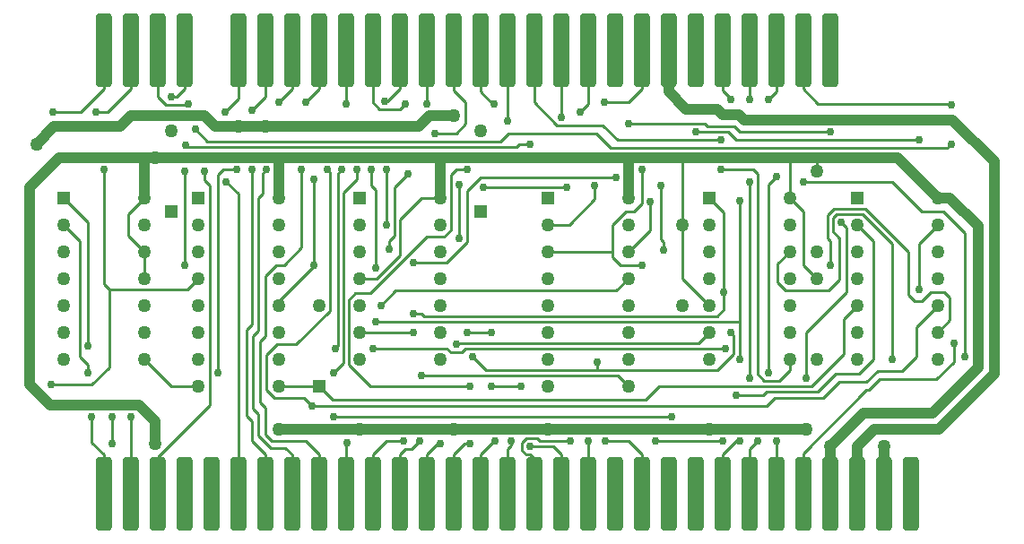
<source format=gtl>
G04*
G04  File:            NEMOBUSTODIVIDE-V1.2.GTL, Fri Sep 19 01:12:35 2025*
G04  Source:          P-CAD 2006 PCB, Version 19.02.958, (D:\PCAD-2006\Projects\Pentagon-4096\Hardware\NemoBusToDivIDE-v1.2.PCB)*
G04  Format:          Gerber Format (RS-274-D), ASCII*
G04*
G04  Format Options:  Absolute Positioning*
G04                   Leading-Zero Suppression*
G04                   Scale Factor 1:1*
G04                   NO Circular Interpolation*
G04                   Inch Units*
G04                   Numeric Format: 4.4 (XXXX.XXXX)*
G04                   G54 NOT Used for Aperture Change*
G04                   Apertures Embedded*
G04*
G04  File Options:    Offset = (0.0mil,0.0mil)*
G04                   Drill Symbol Size = 80.0mil*
G04                   No Pad/Via Holes*
G04*
G04  File Contents:   Pads*
G04                   Vias*
G04                   No Designators*
G04                   No Types*
G04                   No Values*
G04                   No Drill Symbols*
G04                   Top*
G04*
%INNEMOBUSTODIVIDE-V1.2.GTL*%
%ICAS*%
%MOIN*%
G04*
G04  Aperture MACROs for general use --- invoked via D-code assignment *
G04*
G04  General MACRO for flashed round with rotation and/or offset hole *
%AMROTOFFROUND*
1,1,$1,0.0000,0.0000*
1,0,$2,$3,$4*%
G04*
G04  General MACRO for flashed oval (obround) with rotation and/or offset hole *
%AMROTOFFOVAL*
21,1,$1,$2,0.0000,0.0000,$3*
1,1,$4,$5,$6*
1,1,$4,0-$5,0-$6*
1,0,$7,$8,$9*%
G04*
G04  General MACRO for flashed oval (obround) with rotation and no hole *
%AMROTOVALNOHOLE*
21,1,$1,$2,0.0000,0.0000,$3*
1,1,$4,$5,$6*
1,1,$4,0-$5,0-$6*%
G04*
G04  General MACRO for flashed rectangle with rotation and/or offset hole *
%AMROTOFFRECT*
21,1,$1,$2,0.0000,0.0000,$3*
1,0,$4,$5,$6*%
G04*
G04  General MACRO for flashed rectangle with rotation and no hole *
%AMROTRECTNOHOLE*
21,1,$1,$2,0.0000,0.0000,$3*%
G04*
G04  General MACRO for flashed rounded-rectangle *
%AMROUNDRECT*
21,1,$1,$2-$4,0.0000,0.0000,$3*
21,1,$1-$4,$2,0.0000,0.0000,$3*
1,1,$4,$5,$6*
1,1,$4,$7,$8*
1,1,$4,0-$5,0-$6*
1,1,$4,0-$7,0-$8*
1,0,$9,$10,$11*%
G04*
G04  General MACRO for flashed rounded-rectangle with rotation and no hole *
%AMROUNDRECTNOHOLE*
21,1,$1,$2-$4,0.0000,0.0000,$3*
21,1,$1-$4,$2,0.0000,0.0000,$3*
1,1,$4,$5,$6*
1,1,$4,$7,$8*
1,1,$4,0-$5,0-$6*
1,1,$4,0-$7,0-$8*%
G04*
G04  General MACRO for flashed regular polygon *
%AMREGPOLY*
5,1,$1,0.0000,0.0000,$2,$3+$4*
1,0,$5,$6,$7*%
G04*
G04  General MACRO for flashed regular polygon with no hole *
%AMREGPOLYNOHOLE*
5,1,$1,0.0000,0.0000,$2,$3+$4*%
G04*
G04  General MACRO for target *
%AMTARGET*
6,0,0,$1,$2,$3,4,$4,$5,$6*%
G04*
G04  General MACRO for mounting hole *
%AMMTHOLE*
1,1,$1,0,0*
1,0,$2,0,0*
$1=$1-$2*
$1=$1/2*
21,1,$2+$1,$3,0,0,$4*
21,1,$3,$2+$1,0,0,$4*%
G04*
G04*
G04  D10 : "Ellipse X10.0mil Y10.0mil H0.0mil 0.0deg (0.0mil,0.0mil) Draw"*
G04  Disc: OuterDia=0.0100*
%ADD10C, 0.0100*%
G04  D11 : "Ellipse X30.7mil Y30.7mil H0.0mil 0.0deg (0.0mil,0.0mil) Draw"*
G04  Disc: OuterDia=0.0307*
%ADD11C, 0.0307*%
G04  D12 : "Ellipse X40.0mil Y40.0mil H0.0mil 0.0deg (0.0mil,0.0mil) Draw"*
G04  Disc: OuterDia=0.0400*
%ADD12C, 0.0400*%
G04  D13 : "Ellipse X5.0mil Y5.0mil H0.0mil 0.0deg (0.0mil,0.0mil) Draw"*
G04  Disc: OuterDia=0.0050*
%ADD13C, 0.0050*%
G04  D14 : "Ellipse X6.0mil Y6.0mil H0.0mil 0.0deg (0.0mil,0.0mil) Draw"*
G04  Disc: OuterDia=0.0060*
%ADD14C, 0.0060*%
G04  D15 : "Ellipse X7.0mil Y7.0mil H0.0mil 0.0deg (0.0mil,0.0mil) Draw"*
G04  Disc: OuterDia=0.0070*
%ADD15C, 0.0070*%
G04  D16 : "Ellipse X9.8mil Y9.8mil H0.0mil 0.0deg (0.0mil,0.0mil) Draw"*
G04  Disc: OuterDia=0.0098*
%ADD16C, 0.0098*%
G04  D17 : "Ellipse X133.0mil Y133.0mil H0.0mil 0.0deg (0.0mil,0.0mil) Flash"*
G04  Disc: OuterDia=0.1330*
%ADD17C, 0.1330*%
G04  D18 : "Ellipse X50.0mil Y50.0mil H0.0mil 0.0deg (0.0mil,0.0mil) Flash"*
G04  Disc: OuterDia=0.0500*
%ADD18C, 0.0500*%
G04  D19 : "Ellipse X65.0mil Y65.0mil H0.0mil 0.0deg (0.0mil,0.0mil) Flash"*
G04  Disc: OuterDia=0.0650*
%ADD19C, 0.0650*%
G04  D20 : "Mounting Hole X118.0mil Y118.0mil H0.0mil 0.0deg (0.0mil,0.0mil) Flash"*
G04  Mounting Hole: Diameter=0.1180, Rotation=0.0, LineWidth=0.0050 *
%ADD20MTHOLE, 0.1180 X0.0980 X0.0050 X0.0*%
G04  D21 : "Rounded Rectangle X61.5mil Y275.6mil H0.0mil 0.0deg (0.0mil,0.0mil) Flash"*
G04  RoundRct: DimX=0.0615, DimY=0.2756, CornerRad=0.0154, Rotation=0.0, OffsetX=0.0000, OffsetY=0.0000, HoleDia=0.0000 *
%ADD21ROUNDRECTNOHOLE, 0.0615 X0.2756 X0.0 X0.0308 X-0.0154 X-0.1224 X-0.0154 X0.1224*%
G04  D22 : "Rounded Rectangle X76.5mil Y290.6mil H0.0mil 0.0deg (0.0mil,0.0mil) Flash"*
G04  RoundRct: DimX=0.0765, DimY=0.2906, CornerRad=0.0191, Rotation=0.0, OffsetX=0.0000, OffsetY=0.0000, HoleDia=0.0000 *
%ADD22ROUNDRECTNOHOLE, 0.0765 X0.2906 X0.0 X0.0382 X-0.0191 X-0.1262 X-0.0191 X0.1262*%
G04  D23 : "Rectangle X50.0mil Y50.0mil H0.0mil 0.0deg (0.0mil,0.0mil) Flash"*
G04  Square: Side=0.0500, Rotation=0.0, OffsetX=0.0000, OffsetY=0.0000, HoleDia=0.0000*
%ADD23R, 0.0500 X0.0500*%
G04  D24 : "Rectangle X65.0mil Y65.0mil H0.0mil 0.0deg (0.0mil,0.0mil) Flash"*
G04  Square: Side=0.0650, Rotation=0.0, OffsetX=0.0000, OffsetY=0.0000, HoleDia=0.0000*
%ADD24R, 0.0650 X0.0650*%
G04  D25 : "Ellipse X30.0mil Y30.0mil H0.0mil 0.0deg (0.0mil,0.0mil) Flash"*
G04  Disc: OuterDia=0.0300*
%ADD25C, 0.0300*%
G04  D26 : "Ellipse X45.0mil Y45.0mil H0.0mil 0.0deg (0.0mil,0.0mil) Flash"*
G04  Disc: OuterDia=0.0450*
%ADD26C, 0.0450*%
G04*
%FSLAX44Y44*%
%SFA1B1*%
%OFA0.0000B0.0000*%
G04*
G70*
G90*
G01*
D2*
%LNTop*%
D12*
X49500Y51500*
X50150Y52150D1*
D2*
D10*
X52300Y41350*
Y40350D1*
X52000Y39950D2*
X51550Y40400D1*
Y41350*
X51100Y43600D2*
X51400Y43300D1*
Y43000*
X52200Y43200D2*
X51550Y42550D1*
X53500Y47500D2*
Y46500D1*
X52200Y46100D2*
X52000Y46300D1*
X52900Y48900D2*
Y48100D1*
X53500Y49500D2*
X52900Y48900D1*
X51150Y52700D2*
X52000Y53550D1*
X52150Y52700D2*
X53000Y53550D1*
X51700Y52700D2*
X52150D1*
D2*
D12*
X52600Y52150*
X53000Y52550D1*
D2*
D10*
X54500Y42500*
X55500D1*
X55100Y46100D2*
X55500Y46500D1*
X55750Y50150D2*
X55950Y49950D1*
X55750Y50500D2*
Y50150D1*
X56450Y50550D2*
X56250Y50350D1*
X55850Y51600D2*
X55400Y52050D1*
X55100Y51400D2*
X55050Y51450D1*
X55100Y52950D2*
X55150Y53000D1*
X55100Y52950D2*
X54300D1*
D2*
D12*
X55750Y52550*
X56150Y52150D1*
D2*
D10*
X55000Y53550*
X54700Y53250D1*
X54500*
X57300Y41400D2*
X57500Y41200D1*
X57750Y41450D2*
Y40650D1*
X57550Y41650D2*
X57750Y41450D1*
X58000Y41700D2*
Y40700D1*
X57800Y41900D2*
X58000Y41700D1*
Y40700D2*
X58250Y40450D1*
X57750Y40650D2*
X58200Y40200D1*
X58250Y40450D2*
X59500D1*
X57500Y41200D2*
Y40450D1*
X58000Y39950*
X58750Y40200D2*
X59000Y39950D1*
X58200Y40200D2*
X58750D1*
X58450Y44050D2*
X59150D1*
X58050Y43650D2*
X58450Y44050D1*
X58050Y42350D2*
Y43650D1*
X58350Y42050D2*
X58050Y42350D1*
X57500Y44800D2*
X57300Y44600D1*
X57750Y44550D2*
X57550Y44350D1*
X58000D2*
X57800Y44150D1*
X59450Y42050D2*
X58350D1*
X58400Y47000D2*
X58000Y46600D1*
X58700Y47000D2*
X58400D1*
X59350Y47650D2*
X58700Y47000D1*
X58500Y45650D2*
Y45500D1*
X59800Y46950D2*
X58500Y45650D1*
X59800Y46950D2*
Y47000D1*
X57900Y49650D2*
X57750Y49500D1*
X58050Y50550D2*
X57900Y50400D1*
Y49650*
X59000Y53550D2*
X58500Y53050D1*
X58000Y53250D2*
X57500Y52750D1*
X61000Y40300D2*
X61050Y40400D1*
X62500Y40450D2*
X62000Y39950D1*
X60700Y44000D2*
X60600Y43900D1*
X61100Y43300D2*
X61900Y42500D1*
X60550Y43000D2*
X60900Y43350D1*
X62150Y46500D2*
X61500D1*
X62600Y47900D2*
Y47600D1*
X61350Y45950D2*
X61100Y45700D1*
X61900Y45950D2*
X61350D1*
X62300Y45500D2*
X62850Y46050D1*
X61400Y50200D2*
Y50550D1*
X60900Y49700D2*
X61400Y50200D1*
X62800Y49900D2*
Y48100D1*
X62500Y48500D2*
Y50550D1*
X61950D2*
Y49950D1*
X60400Y50450D2*
X60300Y50550D1*
X60850D2*
X60700Y50400D1*
X61950Y49950D2*
X62100Y49800D1*
X62250Y52800D2*
X62000Y53050D1*
X62550Y53100D2*
X62450D1*
X63750Y40400D2*
Y40450D1*
X63450Y40150*
X63200*
X64000Y39950D2*
X64400Y40350D1*
X64500*
X65000Y39950D2*
X65400Y40350D1*
X65600*
X64900Y43750D2*
X64750Y43900D1*
X65300Y43750D2*
X64900D1*
X65450Y43900D2*
X65300Y43750D1*
X65150Y44100D2*
X65100Y44050D1*
X64750Y47100D2*
X63500D1*
X65500Y47850D2*
X64750Y47100D1*
X63800Y45200D2*
X63500D1*
X63900Y45100D2*
X63800Y45200D1*
X64500Y49500D2*
X63800D1*
X64650Y48050D2*
X64000D1*
X64900Y48300D2*
X64650Y48050D1*
X64900Y50350D2*
Y48300D1*
X65100Y50550D2*
X64900Y50350D1*
X65500Y50550D2*
X65100D1*
D2*
D12*
X65000Y52550*
X64800D1*
D2*
D10*
X65450Y53050*
X65000Y53500D1*
X65450Y52250D2*
Y53050D1*
X65100Y51900D2*
X65450Y52250D1*
X64300Y51900D2*
X65100D1*
X63200Y53000D2*
X63100Y52900D1*
D2*
D12*
X64800Y52550*
X64100D1*
X63700Y52150*
D2*
D10*
X67150Y40450*
Y40300D1*
X67000Y40150*
X68200Y40450D2*
X68100Y40550D1*
X67700D2*
X67550Y40400D1*
Y40100*
X67700Y39950*
X68100Y40550D2*
X67700D1*
Y39950D2*
X67850D1*
X68000Y39800*
X67850Y40250D2*
X68700D1*
X66500Y40450D2*
X66550D1*
X67500Y42500D2*
X66400D1*
X67450Y51500D2*
X67350Y51400D1*
X67850Y51500D2*
X67450D1*
X67050Y51900D2*
X66750Y51600D1*
X68850Y52200D2*
X68000Y53050D1*
X66450Y53000D2*
X66500D1*
X70650Y40450D2*
X71500D1*
X70350Y43400D2*
Y43100D1*
X71100Y42900D2*
X71500Y42500D1*
X71050Y46050D2*
X71500Y46500D1*
X71200Y47000D2*
X70900Y47300D1*
Y47500*
X70250Y49450D2*
Y49950D1*
Y49450D2*
X69300Y48500D1*
X70900D2*
X71400Y49000D1*
X71700*
X70850Y51350D2*
X70300Y51900D1*
X71100Y51650D2*
X70550Y52200D1*
X70000Y53000D2*
X69700Y52700D1*
X70600Y53050D2*
X71500D1*
X74100Y44100D2*
X74500Y44500D1*
X73500Y46500D2*
X74500Y45500D1*
X72800Y47850D2*
Y47550D1*
X72300Y48300D2*
Y49350D1*
X74450Y52150D2*
X74350Y52250D1*
D2*
D12*
X73000Y53450*
X73650Y52800D1*
D2*
D10*
X75500Y40450*
X75650D1*
X76300D2*
X76000Y40150D1*
X75650Y43500D2*
Y44900D1*
X76550Y42700D2*
X76300Y42950D1*
X77100Y42700D2*
X76550D1*
X77500Y43100D2*
X77100Y42700D1*
X77500Y43500D2*
Y43100D1*
X76500Y42150D2*
X75500D1*
X76650Y42300D2*
X76500Y42150D1*
X75300Y44500D2*
X75400Y44400D1*
Y43700*
X77050Y47050D2*
X77500Y47500D1*
X77050Y46350D2*
Y47050D1*
X77350Y46050D2*
X77050Y46350D1*
X75050Y46000D2*
Y45350D1*
X77000Y50300D2*
X76700Y50000D1*
X76300Y50400D2*
X76150Y50550D1*
X76700Y53150D2*
X77000Y53450D1*
X75300Y53150D2*
Y53200D1*
X75500Y51650D2*
X75200Y51950D1*
X75450Y52150D2*
X75650Y51950D1*
D2*
D12*
X75600Y52600*
X75800Y52400D1*
X80250Y41500D2*
X79000Y40250D1*
X80650Y40900D2*
X80000Y40250D1*
D2*
D10*
X78100Y42800*
Y44500D1*
X78300Y42500D2*
X79500Y43700D1*
X79225Y42975D2*
X78550Y42300D1*
X80075Y42975D2*
X79225D1*
X80600Y43500D2*
X80075Y42975D1*
X78750Y42050D2*
X79350Y42650D1*
X80350*
X80775Y43075*
X80450Y42350D2*
X80850Y42750D1*
X80350Y42350D2*
X80450D1*
X79350Y46450D2*
X78950Y46050D1*
X79000Y47000D2*
Y47900D1*
X79150Y49100D2*
X80300D1*
X78900Y48850D2*
X79150Y49100D1*
X79250Y48900D2*
X79100Y48750D1*
X80200Y48900D2*
X79250D1*
X79600Y48400D2*
X79400Y48600D1*
X79100Y48750D2*
Y48250D1*
X83600Y43400D2*
Y44100D1*
X82200Y43600D2*
Y44700D1*
X81675Y43075D2*
X82200Y43600D1*
X82950Y42750D2*
X83600Y43400D1*
X82300Y47800D2*
Y46100D1*
X82750Y46000D2*
X83250D1*
X82400Y45650D2*
X82750Y46000D1*
X83250D2*
X83450Y45800D1*
X81900Y45900D2*
X82150Y45650D1*
X81900Y47500D2*
Y45900D1*
X82150Y45650D2*
X82400D1*
X81300Y50100D2*
X82400Y49000D1*
X83200*
D2*
D12*
X83000Y49500*
X83450D1*
D2*
D10*
X83350Y51350*
X83500Y51500D1*
Y52950D2*
X83450Y53000D1*
D2*
D12*
X50000Y41800*
X49250Y42550D1*
Y49900D2*
X50350Y51000D1*
D2*
D10*
X52900Y48100*
X53500Y47500D1*
X51100Y47900D2*
Y43600D1*
X51400Y48600D2*
Y44000D1*
X52200Y46100D2*
Y43200D1*
X53000Y38500D2*
Y41350D1*
X52000Y38500D2*
Y39950D1*
Y53550D2*
Y55000D1*
X53000Y53550D2*
Y55000D1*
X55000D2*
Y53550D1*
X57300Y44600D2*
Y41400D1*
X57550Y44350D2*
Y41650D1*
X57800Y44150D2*
Y41900D1*
X58000Y46600D2*
Y44350D1*
X59750Y41750D2*
X59450Y42050D1*
X58000Y39950D2*
Y38500D1*
X59000Y39950D2*
Y38500D1*
X58000Y55000D2*
Y53250D1*
X59000Y55000D2*
Y53550D1*
X62800Y48100D2*
X62600Y47900D1*
X61100Y45700D2*
Y43300D1*
X61000Y38500D2*
Y40300D1*
X62000Y39950D2*
Y38500D1*
X61000Y55000D2*
Y53000D1*
X62000Y55000D2*
Y53050D1*
X64000Y38500D2*
Y39950D1*
X65000Y38500D2*
Y39950D1*
X64000Y55000D2*
Y53000D1*
X65000Y55000D2*
Y53500D1*
X68000Y39800D2*
Y38500D1*
X67000D2*
Y40150D1*
Y55000D2*
Y52350D1*
X68000Y55000D2*
Y53050D1*
X70900Y48500D2*
Y47500D1*
X70000Y38500D2*
Y40450D1*
Y55000D2*
Y53000D1*
X72700Y47950D2*
X72800Y47850D1*
X72150Y42000D2*
X72650Y42500D1*
X73500Y48500D2*
Y46500D1*
D2*
D12*
X73000Y55000*
Y53450D1*
D2*
D10*
X76650Y41750*
X76950Y42050D1*
X75050Y46000D2*
Y48950D1*
X75650Y49400D2*
Y44900D1*
X76000Y40150D2*
Y38500D1*
X77000D2*
Y40450D1*
X76000Y55000D2*
Y53150D1*
X77000Y55000D2*
Y53450D1*
D2*
D12*
X79000Y40250*
Y38500D1*
D2*
D10*
X79500Y45000*
X80000Y45500D1*
X80600Y47900D2*
Y43500D1*
X80000Y48500D2*
X80600Y47900D1*
X78100Y44500D2*
X79600Y46000D1*
Y48400*
X79100Y48250D2*
X79350Y48000D1*
Y46450*
X79000Y47900D2*
X78900Y48000D1*
Y48850*
X79500Y43700D2*
Y45000D1*
D2*
D12*
X80000Y40250*
Y38500D1*
D2*
D10*
X78500Y51000*
Y50500D1*
X82200Y44700D2*
X83000Y45500D1*
X83450Y44950D2*
X83000Y44500D1*
X81300Y43500D2*
Y47800D1*
X83000Y48500D2*
X82300Y47800D1*
X83450Y45800D2*
Y44950D1*
D2*
D12*
X84500Y48450*
Y43200D1*
X49250Y42550D2*
Y49900D1*
X53500Y49500D2*
Y51000D1*
D2*
D10*
X52000Y46300*
Y50550D1*
X55950Y49950D2*
Y41800D1*
X56250Y50350D2*
Y43000D1*
X55000Y50500D2*
Y47000D1*
D2*
D12*
X58500Y51000*
Y49500D1*
D2*
D10*
X57500Y50550*
Y44800D1*
X57750Y49500D2*
Y44550D1*
X59350Y50550D2*
Y47650D1*
X59800Y47000D2*
Y50200D1*
X60900Y43350D2*
Y49700D1*
X60400Y45300D2*
Y50450D1*
X60700Y50400D2*
Y44000D1*
X62100Y49800D2*
Y46900D1*
D2*
D12*
X64500Y49500*
Y51000D1*
D2*
D10*
X65500Y49750*
Y47850D1*
X65200Y48000D2*
Y50000D1*
D2*
D12*
X71500Y51000*
Y49500D1*
D2*
D10*
X72700Y49950*
Y47950D1*
X73500Y48500D2*
Y51000D1*
X77500Y49500D2*
Y51000D1*
X76700Y50000D2*
Y43000D1*
X76300Y42950D2*
Y50400D1*
X76000Y50100D2*
Y42800D1*
D2*
D12*
X83000Y49500*
X81500Y51000D1*
X85100Y50850D2*
Y42950D1*
D2*
D10*
X59500Y40450*
X60000Y39950D1*
X55950Y41800D2*
X54000Y39850D1*
D2*
D12*
X53900Y40350*
Y41200D1*
D2*
D10*
X53500Y43500*
X54500Y42500D1*
X60000D2*
X58500D1*
X51550Y42550D2*
X50050D1*
X52200Y46100D2*
X55100D1*
X50500Y49500D2*
X51400Y48600D1*
X56950Y50550D2*
X56450D1*
X56550Y50100D2*
X57000Y49650D1*
X54300Y52950D2*
X54000Y53250D1*
X59500Y53050D2*
X60000Y53550D1*
D2*
D12*
X56150Y52150*
X57000D1*
X58000D2*
X57000D1*
D2*
D10*
X50100Y52700*
X51150D1*
X57000Y53200D2*
X56500Y52700D1*
D2*
D12*
X50150Y52150*
X52600D1*
X53000Y52550D2*
X55750D1*
X65000Y40900D2*
X68500D1*
D2*
D10*
X69350Y40450*
X68200D1*
X63200Y40150D2*
X63000Y39950D1*
X68700Y40250D2*
X69000Y39950D1*
X63150Y40450D2*
X62500D1*
X66000Y39950D2*
X66500Y40450D1*
X71500D2*
X72000Y39950D1*
X66200Y43100D2*
X70350D1*
X65700Y43600D2*
X66200Y43100D1*
X61900Y42500D2*
X65600D1*
X63800Y42900D2*
X71100D1*
X66400Y44500D2*
X65500D1*
X64750Y43900D2*
X62000D1*
X63000Y47350D2*
X62150Y46500D1*
X70900Y47500D2*
X68500D1*
X62850Y46050D2*
X71050D1*
X71200Y47000D2*
X72000D1*
X63800Y49500D2*
X63000Y48700D1*
X69300Y48500D2*
X68500D1*
X66000Y50250D2*
X65500Y49750D1*
X71050Y50250D2*
X66000D1*
X63300Y50400D2*
X62800Y49900D1*
X72000Y49300D2*
Y50550D1*
X71700Y49000D2*
X72000Y49300D1*
X66100Y49900D2*
X69200D1*
X66450Y53000D2*
X66000Y53450D1*
X70300Y51900D2*
X67050D1*
X70550Y52200D2*
X68850D1*
X63100Y52900D2*
X63000Y52800D1*
X62250*
X63000Y53550D2*
X62550Y53100D1*
X71500Y53050D2*
X72000Y53550D1*
X75500Y40450D2*
X75000Y39950D1*
D2*
D12*
X82800Y41500*
X80250D1*
X83050Y40900D2*
X80650D1*
X81000Y40250D2*
Y39724D1*
X74500Y40900D2*
X78100D1*
D2*
D10*
X75400Y43700*
X74800Y43100D1*
X80775Y43075D2*
X81675D1*
X80850Y42750D2*
X82950D1*
X78550Y42300D2*
X76650D1*
X76950Y42050D2*
X78750D1*
X84000Y43700D2*
Y43600D1*
X78000Y47000D2*
X78500Y46500D1*
X75050Y45350D2*
X74800Y45100D1*
X78950Y46050D2*
X77350D1*
X77500Y49500D2*
X78000Y49000D1*
Y50100D2*
X81300D1*
X75050Y48950D2*
X74500Y49500D1*
X76150Y50550D2*
X74950D1*
X83200Y49000D2*
X84000Y48200D1*
D2*
D12*
X83450Y49500*
X84500Y48450D1*
D2*
D10*
X75300Y53200*
X75000Y53500D1*
X75200Y51950D2*
X74000D1*
X82300Y51650D2*
X75500D1*
X75650Y51950D2*
X79000D1*
X75450Y52150D2*
X74450D1*
D2*
D12*
X75800Y52400*
X83550D1*
D2*
D10*
X78550Y53000*
X78000Y53550D1*
X83450Y53000D2*
X78550D1*
D2*
D12*
X74800Y52800*
X75000Y52600D1*
X75600*
D2*
D10*
X59150Y44050*
X60400Y45300D1*
X50500Y48500D2*
X51100Y47900D1*
X60000Y42500D2*
X60500Y42000D1*
X60000Y39950D2*
Y38500D1*
X54000Y39850D2*
Y38500D1*
D2*
D12*
X53300Y41800*
X50000D1*
X53900Y41200D2*
X53300Y41800D1*
X53900Y51000D2*
X53500D1*
X53950D2*
X58500D1*
X53900D2*
X53950D1*
X50350D2*
X53500D1*
D2*
D10*
X54000Y55000*
Y53250D1*
X60000Y55000D2*
Y53550D1*
X57000Y55000D2*
Y53200D1*
X63000Y48700D2*
Y47350D1*
X71500Y47500D2*
X72300Y48300D1*
X64000Y48050D2*
X61900Y45950D1*
X69000Y39950D2*
Y38500D1*
X63000Y39950D2*
Y38500D1*
X66000D2*
Y39950D1*
X72000D2*
Y38500D1*
D2*
D12*
X71500Y51000*
X64500D1*
D2*
D10*
X66000Y55000*
Y53450D1*
X69000Y55000D2*
Y52500D1*
X63000Y55000D2*
Y53550D1*
X72000D2*
Y55000D1*
X78000Y49000D2*
Y47000D1*
X80300Y49100D2*
X81900Y47500D1*
X81300Y47800D2*
X80200Y48900D1*
X84000Y48200D2*
Y43700D1*
D2*
D12*
X84500Y43200*
X82800Y41500D1*
X85100Y42950D2*
X83050Y40900D1*
D2*
D10*
X75000Y38500*
Y39950D1*
D2*
D12*
X81000Y39724*
Y38500D1*
D2*
D10*
X78000*
Y40000D1*
X80350Y42350*
D2*
D12*
X77500Y51000*
X78500D1*
X83550Y52400D2*
X85100Y50850D1*
D2*
D10*
X75000Y55000*
Y53500D1*
X78000Y53550D2*
Y55000D1*
D2*
D12*
X81500Y51000*
X78500D1*
D2*
D10*
X57000Y49650*
Y38500D1*
X59750Y41750D2*
X76650D1*
X60550Y41350D2*
X73100D1*
D2*
D12*
X58500Y40900*
X61500D1*
X65000*
X68500D2*
X74500D1*
D2*
D10*
X72500Y40450*
X75000D1*
X63500Y44500D2*
X61500D1*
X62100Y44900D2*
X75650D1*
X65450Y43900D2*
X75100D1*
X74800Y43100D2*
X70350D1*
X72650Y42500D2*
X78300D1*
X65150Y44100D2*
X74100D1*
X74800Y45100D2*
X63900D1*
X66750Y51600D2*
X55850D1*
X74950Y51650D2*
X71100D1*
X74350Y52250D2*
X71500D1*
X70850Y51350D2*
X83350D1*
D2*
D12*
X73650Y52800*
X74800D1*
X63700Y52150D2*
X58000D1*
D2*
D10*
X60500Y42000*
X72150D1*
D2*
D12*
X73500Y51000*
X77500D1*
X58500D2*
X64500D1*
X71500D2*
X73500D1*
D2*
D10*
X67350Y51400*
X55100D1*
D2*
D25*
X50050Y42550D3*
D18*
X49500Y51500D3*
D25*
X50100Y52700D3*
X52300Y41350D3*
X53000D3*
X52300Y40350D3*
X51550Y41350D3*
X51400Y44000D3*
Y43000D3*
X52000Y50550D3*
X51700Y52700D3*
X56250Y43000D3*
X55000Y47000D3*
X55750Y50500D3*
X55000D3*
X56550Y50100D3*
X55400Y52050D3*
X55050Y51450D3*
X55150Y53000D3*
X54500Y53250D3*
X56500Y52700D3*
X59750Y41750D3*
D18*
X58500Y40900D3*
D25*
X57500Y50550D3*
X58050D3*
X59350D3*
X58500Y53050D3*
X59500D3*
D18*
X58000Y52150D3*
D25*
X57500Y52750D3*
X60550Y41350D3*
D18*
X61500Y40900D3*
D25*
X61050Y40400D3*
X62000Y43900D3*
X60550Y43000D3*
X60600Y43900D3*
X62600Y47600D3*
X62100Y46900D3*
X62300Y45500D3*
X61400Y50550D3*
X62500Y48500D3*
Y50550D3*
X60300D3*
X60850D3*
X61950D3*
X61000Y53000D3*
X62450Y53100D3*
D18*
X65000Y40900D3*
D25*
X63750Y40450D3*
X64500Y40350D3*
X65600D3*
X63500Y44500D3*
X65700Y43600D3*
X65600Y42500D3*
X63800Y42900D3*
X65100Y44050D3*
X65500Y44500D3*
X63500Y47100D3*
X63300Y50400D3*
X65500Y50550D3*
X65200Y50000D3*
D18*
X65000Y52550D3*
D25*
X64300Y51900D3*
X64000Y53000D3*
D18*
X68500Y40900D3*
D25*
X66550Y40450D3*
X67150D3*
X67850Y40250D3*
X66400Y44500D3*
X67500Y42500D3*
X66400D3*
X67850Y51500D3*
X67000Y52350D3*
X66500Y53000D3*
X69350Y40450D3*
X70000D3*
X70650D3*
X70350Y43400D3*
X71050Y50250D3*
X70250Y49950D3*
X71500Y52250D3*
X69700Y52700D3*
X70600Y53050D3*
X73100Y41350D3*
D18*
X74500Y40900D3*
D25*
X72500Y40450D3*
X72800Y47550D3*
X72700Y49950D3*
X72300Y49350D3*
X74000Y51950D3*
X75650Y40450D3*
X76300D3*
X77000D3*
X75650Y43500D3*
X76700Y43000D3*
X75300Y44500D3*
X76000Y42800D3*
X77000Y50300D3*
X76000Y50100D3*
X75650Y49400D3*
X76000Y53150D3*
X75300D3*
X76700D3*
D18*
X79000Y40250D3*
D25*
Y47000D3*
X79400Y48600D3*
X79000Y51950D3*
X81300Y43500D3*
X83600Y44100D3*
X82300Y46100D3*
X83500Y51500D3*
X82300Y51650D3*
X83500Y52950D3*
D20*
D25*
X62100Y44900D3*
X63500Y45200D3*
X65200Y48000D3*
D18*
X73500Y45500D3*
Y48500D3*
D25*
X75500Y42150D3*
D18*
X78500Y43500D3*
Y46500D3*
Y47500D3*
Y50500D3*
X53900Y40350D3*
X58500Y42500D3*
X55500D3*
D25*
X59800Y47000D3*
X56950Y50550D3*
X59800Y50200D3*
D18*
X57000Y52150D3*
D25*
X63150Y40450D3*
X72000Y47000D3*
Y50550D3*
X69200Y49900D3*
X66100D3*
X69000Y52500D3*
X63200Y53000D3*
D18*
X81000Y40250D3*
D25*
X75000Y40450D3*
D18*
X78100Y40900D3*
D25*
Y42800D3*
X75100Y43900D3*
X84000Y43600D3*
X75050Y46000D3*
X78000Y50100D3*
X74950Y50550D3*
Y51650D3*
D23*
X60000Y42500D3*
D18*
Y45500D3*
X53900Y51000D3*
X50500Y45500D3*
Y44500D3*
Y47500D3*
Y48500D3*
X53500Y44500D3*
Y45500D3*
Y48500D3*
Y47500D3*
X50500Y46500D3*
Y43500D3*
D23*
Y49500D3*
D18*
X53500Y43500D3*
Y46500D3*
Y49500D3*
X55500Y45500D3*
Y44500D3*
Y47500D3*
Y48500D3*
X58500Y44500D3*
Y45500D3*
Y48500D3*
Y47500D3*
X55500Y46500D3*
Y43500D3*
D23*
Y49500D3*
D18*
X58500Y43500D3*
Y46500D3*
Y49500D3*
D23*
X54500Y49000D3*
D18*
Y52000D3*
X68500Y42500D3*
Y45500D3*
Y44500D3*
Y47500D3*
Y48500D3*
X71500Y42500D3*
Y44500D3*
Y45500D3*
Y48500D3*
Y47500D3*
X68500Y46500D3*
Y43500D3*
D23*
Y49500D3*
D18*
X71500Y43500D3*
Y46500D3*
Y49500D3*
D23*
X66000Y49000D3*
D18*
Y52000D3*
X74500Y45500D3*
Y44500D3*
Y47500D3*
Y48500D3*
X77500Y44500D3*
Y45500D3*
Y48500D3*
Y47500D3*
X74500Y46500D3*
Y43500D3*
D23*
Y49500D3*
D18*
X77500Y43500D3*
Y46500D3*
Y49500D3*
X80000Y45500D3*
Y44500D3*
Y47500D3*
Y48500D3*
X83000Y44500D3*
Y45500D3*
Y48500D3*
Y47500D3*
X80000Y46500D3*
Y43500D3*
D23*
Y49500D3*
D18*
X83000Y43500D3*
Y46500D3*
Y49500D3*
X61500Y45500D3*
Y44500D3*
Y47500D3*
Y48500D3*
X64500Y44500D3*
Y45500D3*
Y48500D3*
Y47500D3*
X61500Y46500D3*
Y43500D3*
D23*
Y49500D3*
D18*
X64500Y43500D3*
Y46500D3*
Y49500D3*
D21*
X78000Y55000D3*
X79000D3*
X75000D3*
X76000D3*
X77000D3*
X72000D3*
X73000D3*
X74000D3*
X69000D3*
X70000D3*
X71000D3*
X66000D3*
X67000D3*
X68000D3*
X63000D3*
X64000D3*
X65000D3*
X60000D3*
X61000D3*
X62000D3*
X57000D3*
X58000D3*
X59000D3*
X54000D3*
X55000D3*
X52000D3*
X53000D3*
X52000Y38500D3*
X54000D3*
X55000D3*
X57000D3*
X58000D3*
X60000D3*
X61000D3*
X63000D3*
X64000D3*
X66000D3*
X67000D3*
X69000D3*
X70000D3*
X72000D3*
X73000D3*
X75000D3*
X76000D3*
X78000D3*
X79000D3*
X81000D3*
X82000D3*
X53000D3*
X56000D3*
X59000D3*
X62000D3*
X65000D3*
X68000D3*
X71000D3*
X74000D3*
X77000D3*
X80000D3*
D02M02*

</source>
